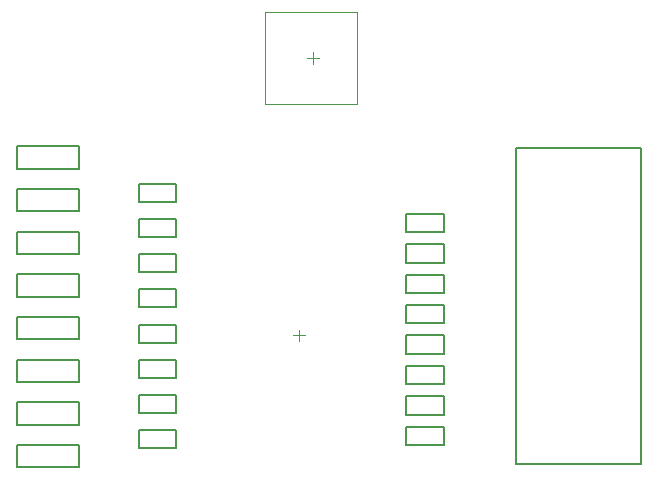
<source format=gbr>
%FSTAX23Y23*%
%MOIN*%
%SFA1B1*%

%IPPOS*%
%ADD27C,0.007874*%
%ADD29C,0.003937*%
%ADD32C,0.001968*%
%LNpcb2_top_courtyard-1*%
%LPD*%
G54D27*
X0289Y02304D02*
Y02379D01*
Y02304D02*
X03098D01*
Y02379*
X0289D02*
X03098D01*
X0289Y02162D02*
Y02237D01*
Y02162D02*
X03098D01*
Y02237*
X0289D02*
X03098D01*
X0289Y02447D02*
Y02521D01*
Y02447D02*
X03098D01*
Y02521*
X0289D02*
X03098D01*
X0289Y02589D02*
Y02664D01*
Y02589D02*
X03098D01*
Y02664*
X0289D02*
X03098D01*
X0289Y02731D02*
Y02806D01*
Y02731D02*
X03098D01*
Y02806*
X0289D02*
X03098D01*
X0289Y03015D02*
Y0309D01*
Y03015D02*
X03098D01*
Y0309*
X0289D02*
X03098D01*
X0289Y02873D02*
Y02948D01*
Y02873D02*
X03098D01*
Y02948*
X0289D02*
X03098D01*
X0289Y0202D02*
Y02095D01*
Y0202D02*
X03098D01*
Y02095*
X0289D02*
X03098D01*
X04555Y02032D02*
X04972D01*
Y03085*
X04555D02*
X04972D01*
X04555Y02032D02*
Y03085D01*
X04188Y02804D02*
Y02865D01*
Y02804D02*
X04314D01*
Y02865*
X04188D02*
X04314D01*
X04188Y02702D02*
Y02763D01*
Y02702D02*
X04314D01*
Y02763*
X04188D02*
X04314D01*
X04188Y02601D02*
Y02662D01*
Y02601D02*
X04314D01*
Y02662*
X04188D02*
X04314D01*
X04188Y025D02*
Y02561D01*
Y025D02*
X04314D01*
Y02561*
X04188D02*
X04314D01*
X04188Y02399D02*
Y0246D01*
Y02399D02*
X04314D01*
Y0246*
X04188D02*
X04314D01*
X04188Y02297D02*
Y02358D01*
Y02297D02*
X04314D01*
Y02358*
X04188D02*
X04314D01*
X04188Y02196D02*
Y02257D01*
Y02196D02*
X04314D01*
Y02257*
X04188D02*
X04314D01*
X04188Y02095D02*
Y02156D01*
Y02095D02*
X04314D01*
Y02156*
X04188D02*
X04314D01*
X03422Y02084D02*
Y02145D01*
X03296D02*
X03422D01*
X03296Y02084D02*
Y02145D01*
Y02084D02*
X03422D01*
Y02201D02*
Y02262D01*
X03296D02*
X03422D01*
X03296Y02201D02*
Y02262D01*
Y02201D02*
X03422D01*
Y02318D02*
Y02379D01*
X03296D02*
X03422D01*
X03296Y02318D02*
Y02379D01*
Y02318D02*
X03422D01*
Y02435D02*
Y02496D01*
X03296D02*
X03422D01*
X03296Y02435D02*
Y02496D01*
Y02435D02*
X03422D01*
Y02553D02*
Y02614D01*
X03296D02*
X03422D01*
X03296Y02553D02*
Y02614D01*
Y02553D02*
X03422D01*
Y0267D02*
Y02731D01*
X03296D02*
X03422D01*
X03296Y0267D02*
Y02731D01*
Y0267D02*
X03422D01*
Y02787D02*
Y02848D01*
X03296D02*
X03422D01*
X03296Y02787D02*
Y02848D01*
Y02787D02*
X03422D01*
Y02904D02*
Y02965D01*
X03296D02*
X03422D01*
X03296Y02904D02*
Y02965D01*
Y02904D02*
X03422D01*
G54D29*
X0383Y0244D02*
Y02479D01*
X0381Y0246D02*
X03849D01*
G54D32*
X03716Y03232D02*
Y03539D01*
Y03232D02*
X04023D01*
Y03539*
X03716D02*
X04023D01*
X03858Y03385D02*
X03897D01*
X03877Y03366D02*
Y03405D01*
M02*
</source>
